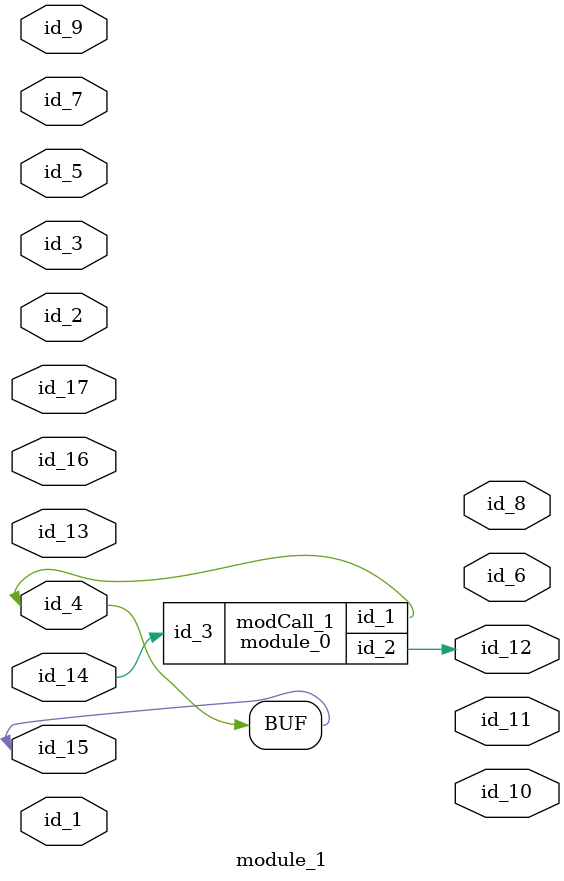
<source format=v>
module module_0 (
    id_1,
    id_2,
    id_3
);
  input wire id_3;
  output wire id_2;
  inout wire id_1;
  wire id_4;
endmodule
module module_1 (
    id_1,
    id_2,
    id_3,
    id_4,
    id_5,
    id_6,
    id_7,
    id_8,
    id_9,
    id_10,
    id_11,
    id_12,
    id_13,
    id_14,
    id_15,
    id_16,
    id_17
);
  input wire id_17;
  inout wire id_16;
  inout wire id_15;
  input wire id_14;
  inout wire id_13;
  output wire id_12;
  output wire id_11;
  output wire id_10;
  input wire id_9;
  output wire id_8;
  inout wire id_7;
  output wire id_6;
  inout wire id_5;
  input wire id_4;
  inout wire id_3;
  input wire id_2;
  input wire id_1;
  assign id_15   = id_4;
  assign id_3[1] = id_3;
  module_0 modCall_1 (
      id_15,
      id_12,
      id_14
  );
  wire id_18;
  wire id_19;
endmodule

</source>
